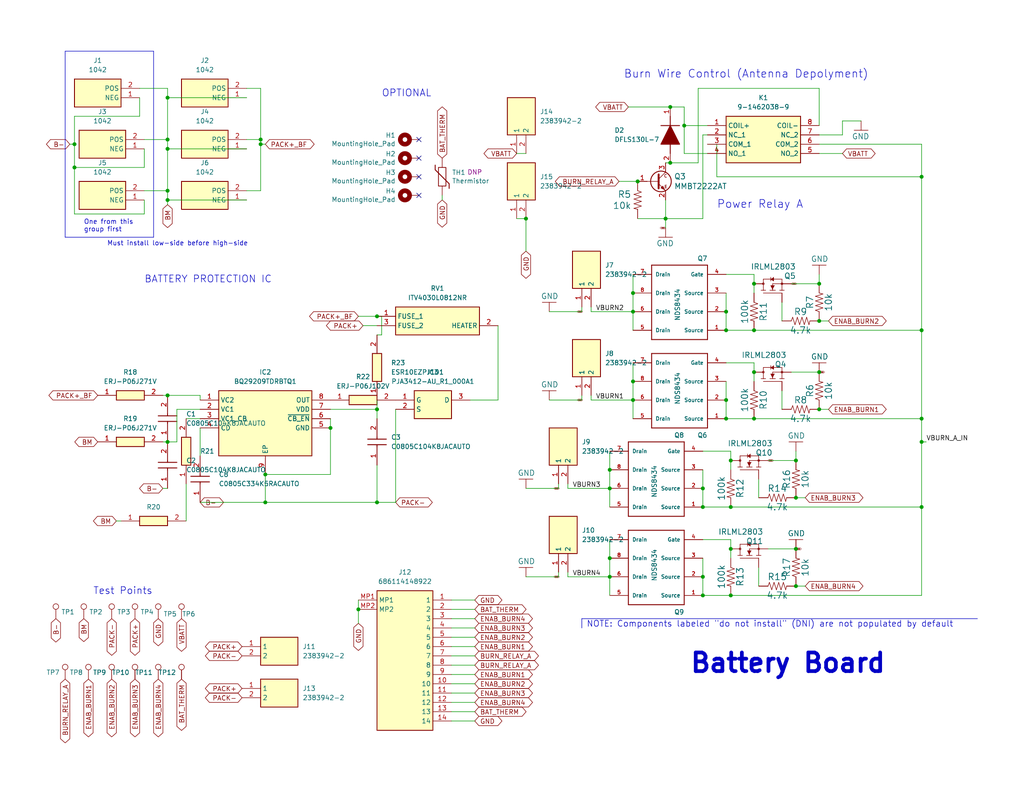
<source format=kicad_sch>
(kicad_sch (version 20230121) (generator eeschema)
  (paper "USLetter")
  (title_block (title "Battery Board") (date "2024-01-29") (rev "1.0") (company "CMU"))
  (junction (at 172.72 109.22))
  (junction (at 45.72 38.1))
  (junction (at 173.99 49.53))
  (junction (at 217.17 149.86))
  (junction (at 205.74 77.47))
  (junction (at 182.88 44.45))
  (junction (at 186.69 34.29))
  (junction (at 198.12 114.3))
  (junction (at 191.77 138.43))
  (junction (at 251.46 114.3))
  (junction (at 166.37 157.48))
  (junction (at 72.39 129.54))
  (junction (at 217.17 135.89))
  (junction (at 223.52 87.63))
  (junction (at 90.17 116.84))
  (junction (at 198.12 90.17))
  (junction (at 251.46 90.17))
  (junction (at 199.39 138.43))
  (junction (at 172.72 85.09))
  (junction (at 181.61 59.69))
  (junction (at 205.74 114.3))
  (junction (at 198.12 85.09))
  (junction (at 205.74 101.6))
  (junction (at 251.46 138.43))
  (junction (at 20.32 45.72))
  (junction (at 191.77 157.48))
  (junction (at 251.46 120.65))
  (junction (at 166.37 152.4))
  (junction (at 45.72 107.95))
  (junction (at 102.87 137.16))
  (junction (at 102.87 86.36))
  (junction (at 199.39 149.86))
  (junction (at 172.72 104.14))
  (junction (at 20.32 39.37))
  (junction (at 223.52 101.6))
  (junction (at 45.72 40.64))
  (junction (at 198.12 109.22))
  (junction (at 199.39 125.73))
  (junction (at 217.17 160.02))
  (junction (at 45.72 120.65))
  (junction (at 166.37 133.35))
  (junction (at 191.77 133.35))
  (junction (at 71.12 38.1))
  (junction (at 172.72 80.01))
  (junction (at 45.72 52.07))
  (junction (at 205.74 90.17))
  (junction (at 182.88 29.21))
  (junction (at 223.52 111.76))
  (junction (at 217.17 125.73))
  (junction (at 191.77 162.56))
  (junction (at 97.79 166.37))
  (junction (at 45.72 26.67))
  (junction (at 45.72 54.61))
  (junction (at 143.51 59.69))
  (junction (at 223.52 77.47))
  (junction (at 71.12 39.37))
  (junction (at 72.39 137.16))
  (junction (at 102.87 111.76))
  (junction (at 199.39 162.56))
  (junction (at 251.46 48.26))
  (junction (at 166.37 128.27))
  (no_connect (at 114.3 43.18))
  (no_connect (at 114.3 48.26))
  (no_connect (at 114.3 53.34))
  (no_connect (at 114.3 38.1))
  (wire (pts (xy 123.19 171.45) (xy 129.54 171.45)))
  (wire (pts (xy 39.37 38.1) (xy 45.72 38.1)))
  (wire (pts (xy 166.37 157.48) (xy 166.37 152.4)))
  (wire (pts (xy 198.12 104.14) (xy 198.12 109.22)))
  (wire (pts (xy 102.87 127) (xy 102.87 137.16)))
  (wire (pts (xy 198.12 80.01) (xy 198.12 85.09)))
  (wire (pts (xy 205.74 74.93) (xy 205.74 77.47)))
  (wire (pts (xy 172.72 85.09) (xy 172.72 90.17)))
  (wire (pts (xy 193.04 36.83) (xy 191.77 36.83)))
  (wire (pts (xy 45.72 40.64) (xy 67.31 40.64)))
  (wire (pts (xy 45.72 40.64) (xy 45.72 52.07)))
  (wire (pts (xy 172.72 114.3) (xy 172.72 109.22)))
  (wire (pts (xy 166.37 133.35) (xy 166.37 138.43)))
  (wire (pts (xy 205.74 90.17) (xy 251.46 90.17)))
  (wire (pts (xy 67.31 24.13) (xy 71.12 24.13)))
  (wire (pts (xy 223.52 41.91) (xy 229.87 41.91)))
  (polyline (pts (xy 158.75 168.91) (xy 266.7 168.91)))
  (wire (pts (xy 123.19 173.99) (xy 129.54 173.99)))
  (wire (pts (xy 45.72 52.07) (xy 45.72 54.61)))
  (wire (pts (xy 198.12 99.06) (xy 205.74 99.06)))
  (wire (pts (xy 71.12 39.37) (xy 71.12 52.07)))
  (wire (pts (xy 154.94 133.35) (xy 166.37 133.35)))
  (wire (pts (xy 154.94 132.08) (xy 154.94 133.35)))
  (wire (pts (xy 207.01 130.81) (xy 207.01 135.89)))
  (wire (pts (xy 158.75 107.95) (xy 158.75 109.22)))
  (wire (pts (xy 135.89 109.22) (xy 128.27 109.22)))
  (wire (pts (xy 158.75 83.82) (xy 158.75 85.09)))
  (wire (pts (xy 72.39 129.54) (xy 90.17 129.54)))
  (wire (pts (xy 102.87 111.76) (xy 102.87 114.3)))
  (wire (pts (xy 191.77 152.4) (xy 191.77 157.48)))
  (wire (pts (xy 190.5 24.13) (xy 223.52 24.13)))
  (wire (pts (xy 50.8 114.3) (xy 54.61 114.3)))
  (wire (pts (xy 38.1 31.75) (xy 20.32 31.75)))
  (wire (pts (xy 39.37 40.64) (xy 39.37 45.72)))
  (wire (pts (xy 45.72 38.1) (xy 45.72 40.64)))
  (polyline (pts (xy 41.91 64.77) (xy 17.78 64.77)))
  (wire (pts (xy 123.19 189.23) (xy 129.54 189.23)))
  (wire (pts (xy 54.61 111.76) (xy 48.26 111.76)))
  (wire (pts (xy 123.19 196.85) (xy 129.54 196.85)))
  (wire (pts (xy 123.19 168.91) (xy 129.54 168.91)))
  (wire (pts (xy 38.1 26.67) (xy 38.1 31.75)))
  (wire (pts (xy 223.52 77.47) (xy 223.52 74.93)))
  (wire (pts (xy 223.52 111.76) (xy 226.06 111.76)))
  (wire (pts (xy 123.19 181.61) (xy 129.54 181.61)))
  (wire (pts (xy 48.26 120.65) (xy 45.72 120.65)))
  (wire (pts (xy 123.19 179.07) (xy 129.54 179.07)))
  (wire (pts (xy 213.36 82.55) (xy 213.36 87.63)))
  (wire (pts (xy 67.31 38.1) (xy 71.12 38.1)))
  (wire (pts (xy 67.31 54.61) (xy 45.72 54.61)))
  (wire (pts (xy 123.19 176.53) (xy 129.54 176.53)))
  (wire (pts (xy 72.39 137.16) (xy 102.87 137.16)))
  (wire (pts (xy 251.46 90.17) (xy 251.46 114.3)))
  (wire (pts (xy 154.94 157.48) (xy 166.37 157.48)))
  (wire (pts (xy 195.58 39.37) (xy 195.58 48.26)))
  (wire (pts (xy 186.69 34.29) (xy 193.04 34.29)))
  (wire (pts (xy 48.26 111.76) (xy 48.26 120.65)))
  (wire (pts (xy 143.51 133.35) (xy 152.4 133.35)))
  (wire (pts (xy 39.37 45.72) (xy 20.32 45.72)))
  (wire (pts (xy 149.86 109.22) (xy 158.75 109.22)))
  (wire (pts (xy 166.37 123.19) (xy 166.37 128.27)))
  (wire (pts (xy 205.74 80.01) (xy 205.74 77.47)))
  (wire (pts (xy 161.29 83.82) (xy 161.29 85.09)))
  (polyline (pts (xy 17.78 64.77) (xy 17.78 13.97)))
  (wire (pts (xy 99.06 88.9) (xy 102.87 88.9)))
  (wire (pts (xy 38.1 24.13) (xy 45.72 24.13)))
  (wire (pts (xy 186.69 34.29) (xy 186.69 41.91)))
  (wire (pts (xy 199.39 162.56) (xy 251.46 162.56)))
  (wire (pts (xy 217.17 149.86) (xy 209.55 149.86)))
  (wire (pts (xy 193.04 39.37) (xy 195.58 39.37)))
  (wire (pts (xy 199.39 152.4) (xy 199.39 149.86)))
  (wire (pts (xy 45.72 107.95) (xy 54.61 107.95)))
  (wire (pts (xy 123.19 186.69) (xy 129.54 186.69)))
  (wire (pts (xy 45.72 54.61) (xy 45.72 55.88)))
  (wire (pts (xy 223.52 36.83) (xy 229.87 36.83)))
  (wire (pts (xy 182.88 29.21) (xy 186.69 29.21)))
  (wire (pts (xy 152.4 132.08) (xy 152.4 133.35)))
  (wire (pts (xy 20.32 45.72) (xy 20.32 58.42)))
  (wire (pts (xy 205.74 104.14) (xy 205.74 101.6)))
  (wire (pts (xy 223.52 24.13) (xy 223.52 34.29)))
  (wire (pts (xy 205.74 114.3) (xy 198.12 114.3)))
  (wire (pts (xy 172.72 80.01) (xy 172.72 85.09)))
  (wire (pts (xy 44.45 107.95) (xy 45.72 107.95)))
  (wire (pts (xy 45.72 26.67) (xy 45.72 38.1)))
  (wire (pts (xy 120.65 54.61) (xy 120.65 53.34)))
  (wire (pts (xy 102.87 91.44) (xy 104.14 91.44)))
  (wire (pts (xy 54.61 107.95) (xy 54.61 109.22)))
  (wire (pts (xy 97.79 166.37) (xy 97.79 170.18)))
  (wire (pts (xy 54.61 116.84) (xy 54.61 124.46)))
  (wire (pts (xy 186.69 29.21) (xy 186.69 34.29)))
  (wire (pts (xy 171.45 29.21) (xy 182.88 29.21)))
  (wire (pts (xy 173.99 59.69) (xy 181.61 59.69)))
  (polyline (pts (xy 17.78 13.97) (xy 41.91 13.97)))
  (wire (pts (xy 161.29 109.22) (xy 172.72 109.22)))
  (wire (pts (xy 251.46 114.3) (xy 251.46 120.65)))
  (wire (pts (xy 251.46 39.37) (xy 251.46 48.26)))
  (wire (pts (xy 199.39 147.32) (xy 199.39 149.86)))
  (wire (pts (xy 152.4 156.21) (xy 152.4 157.48)))
  (wire (pts (xy 191.77 59.69) (xy 181.61 59.69)))
  (wire (pts (xy 191.77 128.27) (xy 191.77 133.35)))
  (wire (pts (xy 182.88 44.45) (xy 190.5 44.45)))
  (wire (pts (xy 181.61 62.23) (xy 181.61 59.69)))
  (wire (pts (xy 199.39 162.56) (xy 191.77 162.56)))
  (wire (pts (xy 195.58 48.26) (xy 251.46 48.26)))
  (wire (pts (xy 90.17 111.76) (xy 102.87 111.76)))
  (wire (pts (xy 123.19 184.15) (xy 129.54 184.15)))
  (wire (pts (xy 209.55 125.73) (xy 217.17 125.73)))
  (wire (pts (xy 181.61 59.69) (xy 181.61 54.61)))
  (wire (pts (xy 198.12 85.09) (xy 198.12 90.17)))
  (wire (pts (xy 190.5 44.45) (xy 190.5 24.13)))
  (wire (pts (xy 135.89 88.9) (xy 135.89 109.22)))
  (wire (pts (xy 123.19 191.77) (xy 129.54 191.77)))
  (wire (pts (xy 217.17 160.02) (xy 219.71 160.02)))
  (wire (pts (xy 229.87 36.83) (xy 229.87 33.02)))
  (wire (pts (xy 39.37 52.07) (xy 45.72 52.07)))
  (wire (pts (xy 191.77 138.43) (xy 199.39 138.43)))
  (wire (pts (xy 20.32 39.37) (xy 19.05 39.37)))
  (wire (pts (xy 154.94 156.21) (xy 154.94 157.48)))
  (wire (pts (xy 71.12 24.13) (xy 71.12 38.1)))
  (wire (pts (xy 191.77 157.48) (xy 191.77 162.56)))
  (wire (pts (xy 20.32 58.42) (xy 39.37 58.42)))
  (wire (pts (xy 104.14 91.44) (xy 104.14 86.36)))
  (wire (pts (xy 102.87 137.16) (xy 107.95 137.16)))
  (wire (pts (xy 213.36 106.68) (xy 213.36 111.76)))
  (wire (pts (xy 191.77 123.19) (xy 199.39 123.19)))
  (wire (pts (xy 172.72 74.93) (xy 172.72 80.01)))
  (wire (pts (xy 104.14 86.36) (xy 102.87 86.36)))
  (wire (pts (xy 44.45 133.35) (xy 45.72 133.35)))
  (wire (pts (xy 223.52 39.37) (xy 251.46 39.37)))
  (wire (pts (xy 191.77 147.32) (xy 199.39 147.32)))
  (wire (pts (xy 191.77 36.83) (xy 191.77 59.69)))
  (wire (pts (xy 199.39 123.19) (xy 199.39 125.73)))
  (wire (pts (xy 172.72 109.22) (xy 172.72 104.14)))
  (wire (pts (xy 123.19 194.31) (xy 129.54 194.31)))
  (wire (pts (xy 123.19 166.37) (xy 129.54 166.37)))
  (wire (pts (xy 71.12 38.1) (xy 71.12 39.37)))
  (wire (pts (xy 251.46 138.43) (xy 251.46 120.65)))
  (wire (pts (xy 181.61 44.45) (xy 182.88 44.45)))
  (wire (pts (xy 223.52 87.63) (xy 226.06 87.63)))
  (wire (pts (xy 143.51 59.69) (xy 143.51 68.58)))
  (wire (pts (xy 97.79 163.83) (xy 97.79 166.37)))
  (wire (pts (xy 198.12 90.17) (xy 205.74 90.17)))
  (wire (pts (xy 143.51 157.48) (xy 152.4 157.48)))
  (wire (pts (xy 71.12 39.37) (xy 72.39 39.37)))
  (wire (pts (xy 140.97 41.91) (xy 143.51 41.91)))
  (wire (pts (xy 191.77 133.35) (xy 191.77 138.43)))
  (wire (pts (xy 217.17 135.89) (xy 219.71 135.89)))
  (wire (pts (xy 90.17 116.84) (xy 90.17 129.54)))
  (wire (pts (xy 251.46 48.26) (xy 251.46 90.17)))
  (wire (pts (xy 67.31 26.67) (xy 45.72 26.67)))
  (wire (pts (xy 166.37 152.4) (xy 166.37 147.32)))
  (polyline (pts (xy 41.91 13.97) (xy 41.91 64.77)))
  (wire (pts (xy 251.46 162.56) (xy 251.46 138.43)))
  (wire (pts (xy 199.39 128.27) (xy 199.39 125.73)))
  (wire (pts (xy 90.17 114.3) (xy 90.17 116.84)))
  (wire (pts (xy 217.17 125.73) (xy 217.17 123.19)))
  (wire (pts (xy 229.87 33.02) (xy 234.95 33.02)))
  (polyline (pts (xy 158.75 171.45) (xy 158.75 168.91)))
  (wire (pts (xy 149.86 85.09) (xy 158.75 85.09)))
  (wire (pts (xy 198.12 74.93) (xy 205.74 74.93)))
  (wire (pts (xy 198.12 109.22) (xy 198.12 114.3)))
  (wire (pts (xy 20.32 31.75) (xy 20.32 39.37)))
  (wire (pts (xy 168.91 49.53) (xy 173.99 49.53)))
  (wire (pts (xy 161.29 85.09) (xy 172.72 85.09)))
  (wire (pts (xy 71.12 52.07) (xy 67.31 52.07)))
  (wire (pts (xy 45.72 24.13) (xy 45.72 26.67)))
  (wire (pts (xy 123.19 163.83) (xy 129.54 163.83)))
  (wire (pts (xy 102.87 109.22) (xy 102.87 111.76)))
  (wire (pts (xy 252.73 120.65) (xy 251.46 120.65)))
  (wire (pts (xy 33.02 142.24) (xy 31.75 142.24)))
  (wire (pts (xy 161.29 107.95) (xy 161.29 109.22)))
  (wire (pts (xy 20.32 39.37) (xy 20.32 45.72)))
  (wire (pts (xy 199.39 138.43) (xy 251.46 138.43)))
  (wire (pts (xy 39.37 58.42) (xy 39.37 54.61)))
  (wire (pts (xy 166.37 128.27) (xy 166.37 133.35)))
  (wire (pts (xy 193.04 41.91) (xy 186.69 41.91)))
  (wire (pts (xy 107.95 137.16) (xy 107.95 111.76)))
  (wire (pts (xy 166.37 162.56) (xy 166.37 157.48)))
  (wire (pts (xy 205.74 99.06) (xy 205.74 101.6)))
  (wire (pts (xy 54.61 137.16) (xy 72.39 137.16)))
  (wire (pts (xy 205.74 114.3) (xy 251.46 114.3)))
  (wire (pts (xy 215.9 77.47) (xy 223.52 77.47)))
  (wire (pts (xy 102.87 86.36) (xy 97.79 86.36)))
  (wire (pts (xy 72.39 137.16) (xy 72.39 129.54)))
  (wire (pts (xy 172.72 104.14) (xy 172.72 99.06)))
  (wire (pts (xy 45.72 120.65) (xy 44.45 120.65)))
  (wire (pts (xy 207.01 154.94) (xy 207.01 160.02)))
  (wire (pts (xy 50.8 132.08) (xy 50.8 142.24)))
  (wire (pts (xy 140.97 59.69) (xy 143.51 59.69)))
  (wire (pts (xy 223.52 101.6) (xy 215.9 101.6)))
  (text "NOTE: Components labeled \"do not install\" (DNI) are not populated by default" (at 160.02 171.45 0) (effects (font (size 1.651 1.651)) (justify left bottom)))
  (text "OPTIONAL" (at 104.14 26.67 0) (effects (font (size 1.905 1.905)) (justify left bottom)))
  (text "BATTERY PROTECTION IC" (at 39.37 77.47 0) (effects (font (size 1.905 1.905)) (justify left bottom)))
  (text "Power Relay A" (at 195.58 57.15 0) (effects (font (size 2.159 2.159)) (justify left bottom)))
  (text "Must install low-side before high-side" (at 29.21 67.31 0) (effects (font (size 1.27 1.27)) (justify left bottom)))
  (text "Battery Board" (at 187.96 184.15 0) (effects (font (size 5.08 5.08) (thickness 1.016) bold) (justify left bottom)))
  (text "Burn Wire Control (Antenna Depolyment)" (at 170.18 21.59 0) (effects (font (size 2.159 2.159)) (justify left bottom)))
  (text "Test Points" (at 25.4 162.56 0) (effects (font (size 1.905 1.905)) (justify left bottom)))
  (text "One from this \ngroup first" (at 22.86 63.5 0) (effects (font (size 1.27 1.27)) (justify left bottom)))
  (label "VBURN4" (at 156.21 157.48 0))
  (label "VBURN2" (at 162.56 85.09 0))
  (label "VBURN_A_IN" (at 252.73 120.65 0))
  (label "VBURN1" (at 162.56 109.22 0))
  (label "VBURN3" (at 156.21 133.35 0))
  (global_label "GND" (shape bidirectional) (at 129.54 196.85 0) (property "Intersheetrefs" "${INTERSHEET_REFS}" (effects hide)))
  (global_label "B-" (shape bidirectional) (at 54.61 137.16 0) (property "Intersheetrefs" "${INTERSHEET_REFS}" (effects hide)))
  (global_label "GND" (shape bidirectional) (at 151.13 157.48 0) (effects (font (size 0.254 0.254))) (property "Intersheetrefs" "${INTERSHEET_REFS}" (effects hide)))
  (global_label "ENAB_BURN2" (shape bidirectional) (at 30.48 185.42 270) (property "Intersheetrefs" "${INTERSHEET_REFS}" (effects hide)))
  (global_label "ENAB_BURN1" (shape bidirectional) (at 226.06 111.76 0) (property "Intersheetrefs" "${INTERSHEET_REFS}" (effects hide)))
  (global_label "GND" (shape bidirectional) (at 223.52 101.6 0) (effects (font (size 0.254 0.254))) (property "Intersheetrefs" "${INTERSHEET_REFS}" (effects hide)))
  (global_label "GND" (shape bidirectional) (at 97.79 170.18 270) (property "Intersheetrefs" "${INTERSHEET_REFS}" (effects hide)))
  (global_label "GND" (shape bidirectional) (at 129.54 163.83 0) (property "Intersheetrefs" "${INTERSHEET_REFS}" (effects hide)))
  (global_label "BURN_RELAY_A" (shape bidirectional) (at 129.54 179.07 0) (property "Intersheetrefs" "${INTERSHEET_REFS}" (effects hide)))
  (global_label "PACK-" (shape bidirectional) (at 107.95 137.16 0) (property "Intersheetrefs" "${INTERSHEET_REFS}" (effects hide)))
  (global_label "PACK-" (shape bidirectional) (at 66.04 190.5 180) (property "Intersheetrefs" "${INTERSHEET_REFS}" (effects hide)))
  (global_label "GND" (shape bidirectional) (at 181.61 62.23 180) (effects (font (size 0.254 0.254))) (property "Intersheetrefs" "${INTERSHEET_REFS}" (effects hide)))
  (global_label "ENAB_BURN3" (shape bidirectional) (at 129.54 189.23 0) (property "Intersheetrefs" "${INTERSHEET_REFS}" (effects hide)))
  (global_label "B-" (shape bidirectional) (at 44.45 133.35 180) (property "Intersheetrefs" "${INTERSHEET_REFS}" (effects hide)))
  (global_label "ENAB_BURN2" (shape bidirectional) (at 129.54 186.69 0) (property "Intersheetrefs" "${INTERSHEET_REFS}" (effects hide)))
  (global_label "ENAB_BURN3" (shape bidirectional) (at 129.54 171.45 0) (property "Intersheetrefs" "${INTERSHEET_REFS}" (effects hide)))
  (global_label "ENAB_BURN2" (shape bidirectional) (at 226.06 87.63 0) (property "Intersheetrefs" "${INTERSHEET_REFS}" (effects hide)))
  (global_label "PACK+" (shape bidirectional) (at 36.83 168.91 270) (property "Intersheetrefs" "${INTERSHEET_REFS}" (effects hide)))
  (global_label "B-" (shape bidirectional) (at 19.05 39.37 180) (property "Intersheetrefs" "${INTERSHEET_REFS}" (effects hide)))
  (global_label "PACK+" (shape bidirectional) (at 66.04 176.53 180) (property "Intersheetrefs" "${INTERSHEET_REFS}" (effects hide)))
  (global_label "VBATT" (shape bidirectional) (at 229.87 41.91 0) (property "Intersheetrefs" "${INTERSHEET_REFS}" (effects hide)))
  (global_label "BM" (shape bidirectional) (at 26.67 120.65 180) (property "Intersheetrefs" "${INTERSHEET_REFS}" (effects hide)))
  (global_label "BM" (shape bidirectional) (at 31.75 142.24 180) (property "Intersheetrefs" "${INTERSHEET_REFS}" (effects hide)))
  (global_label "VBATT" (shape bidirectional) (at 140.97 41.91 180) (property "Intersheetrefs" "${INTERSHEET_REFS}" (effects hide)))
  (global_label "GND" (shape bidirectional) (at 43.18 168.91 270) (property "Intersheetrefs" "${INTERSHEET_REFS}" (effects hide)))
  (global_label "ENAB_BURN1" (shape bidirectional) (at 129.54 184.15 0) (property "Intersheetrefs" "${INTERSHEET_REFS}" (effects hide)))
  (global_label "BAT_THERM" (shape bidirectional) (at 129.54 194.31 0) (property "Intersheetrefs" "${INTERSHEET_REFS}" (effects hide)))
  (global_label "BAT_THERM" (shape bidirectional) (at 49.53 185.42 270) (property "Intersheetrefs" "${INTERSHEET_REFS}" (effects hide)))
  (global_label "BURN_RELAY_A" (shape bidirectional) (at 17.78 185.42 270) (property "Intersheetrefs" "${INTERSHEET_REFS}" (effects hide)))
  (global_label "GND" (shape bidirectional) (at 209.55 125.73 0) (effects (font (size 0.254 0.254))) (property "Intersheetrefs" "${INTERSHEET_REFS}" (effects hide)))
  (global_label "PACK+_BF" (shape bidirectional) (at 26.67 107.95 180) (property "Intersheetrefs" "${INTERSHEET_REFS}" (effects hide)))
  (global_label "ENAB_BURN4" (shape bidirectional) (at 219.71 160.02 0) (property "Intersheetrefs" "${INTERSHEET_REFS}" (effects hide)))
  (global_label "GND" (shape bidirectional) (at 151.13 133.35 0) (effects (font (size 0.254 0.254))) (property "Intersheetrefs" "${INTERSHEET_REFS}" (effects hide)))
  (global_label "BAT_THERM" (shape bidirectional) (at 120.65 43.18 90) (property "Intersheetrefs" "${INTERSHEET_REFS}" (effects hide)))
  (global_label "BM" (shape bidirectional) (at 45.72 55.88 270) (property "Intersheetrefs" "${INTERSHEET_REFS}" (effects hide)))
  (global_label "BURN_RELAY_A" (shape bidirectional) (at 129.54 181.61 0) (property "Intersheetrefs" "${INTERSHEET_REFS}" (effects hide)))
  (global_label "PACK-" (shape bidirectional) (at 30.48 168.91 270) (property "Intersheetrefs" "${INTERSHEET_REFS}" (effects hide)))
  (global_label "GND" (shape bidirectional) (at 157.48 109.22 0) (effects (font (size 0.254 0.254))) (property "Intersheetrefs" "${INTERSHEET_REFS}" (effects hide)))
  (global_label "PACK+" (shape bidirectional) (at 99.06 88.9 180) (property "Intersheetrefs" "${INTERSHEET_REFS}" (effects hide)))
  (global_label "GND" (shape bidirectional) (at 157.48 85.09 0) (effects (font (size 0.254 0.254))) (property "Intersheetrefs" "${INTERSHEET_REFS}" (effects hide)))
  (global_label "ENAB_BURN4" (shape bidirectional) (at 129.54 168.91 0) (property "Intersheetrefs" "${INTERSHEET_REFS}" (effects hide)))
  (global_label "BM" (shape bidirectional) (at 22.86 168.91 270) (property "Intersheetrefs" "${INTERSHEET_REFS}" (effects hide)))
  (global_label "BAT_THERM" (shape bidirectional) (at 129.54 166.37 0) (property "Intersheetrefs" "${INTERSHEET_REFS}" (effects hide)))
  (global_label "VBATT" (shape bidirectional) (at 171.45 29.21 180) (property "Intersheetrefs" "${INTERSHEET_REFS}" (effects hide)))
  (global_label "PACK+_BF" (shape bidirectional) (at 72.39 39.37 0) (property "Intersheetrefs" "${INTERSHEET_REFS}" (effects hide)))
  (global_label "ENAB_BURN4" (shape bidirectional) (at 43.18 185.42 270) (property "Intersheetrefs" "${INTERSHEET_REFS}" (effects hide)))
  (global_label "ENAB_BURN3" (shape bidirectional) (at 36.83 185.42 270) (property "Intersheetrefs" "${INTERSHEET_REFS}" (effects hide)))
  (global_label "ENAB_BURN1" (shape bidirectional) (at 129.54 176.53 0) (property "Intersheetrefs" "${INTERSHEET_REFS}" (effects hide)))
  (global_label "ENAB_BURN3" (shape bidirectional) (at 219.71 135.89 0) (property "Intersheetrefs" "${INTERSHEET_REFS}" (effects hide)))
  (global_label "ENAB_BURN2" (shape bidirectional) (at 129.54 173.99 0) (property "Intersheetrefs" "${INTERSHEET_REFS}" (effects hide)))
  (global_label "B-" (shape bidirectional) (at 15.24 168.91 270) (property "Intersheetrefs" "${INTERSHEET_REFS}" (effects hide)))
  (global_label "GND" (shape bidirectional) (at 143.51 68.58 270) (property "Intersheetrefs" "${INTERSHEET_REFS}" (effects hide)))
  (global_label "ENAB_BURN4" (shape bidirectional) (at 129.54 191.77 0) (property "Intersheetrefs" "${INTERSHEET_REFS}" (effects hide)))
  (global_label "GND" (shape bidirectional) (at 217.17 149.86 0) (effects (font (size 0.254 0.254))) (property "Intersheetrefs" "${INTERSHEET_REFS}" (effects hide)))
  (global_label "BURN_RELAY_A" (shape bidirectional) (at 168.91 49.53 180) (property "Intersheetrefs" "${INTERSHEET_REFS}" (effects hide)))
  (global_label "ENAB_BURN1" (shape bidirectional) (at 24.13 185.42 270) (property "Intersheetrefs" "${INTERSHEET_REFS}" (effects hide)))
  (global_label "GND" (shape bidirectional) (at 120.65 54.61 270) (property "Intersheetrefs" "${INTERSHEET_REFS}" (effects hide)))
  (global_label "VBATT" (shape bidirectional) (at 49.53 168.91 270) (property "Intersheetrefs" "${INTERSHEET_REFS}" (effects hide)))
  (global_label "PACK+" (shape bidirectional) (at 66.04 187.96 180) (property "Intersheetrefs" "${INTERSHEET_REFS}" (effects hide)))
  (global_label "PACK-" (shape bidirectional) (at 66.04 179.07 180) (property "Intersheetrefs" "${INTERSHEET_REFS}" (effects hide)))
  (global_label "GND" (shape bidirectional) (at 215.9 77.47 0) (effects (font (size 0.254 0.254))) (property "Intersheetrefs" "${INTERSHEET_REFS}" (effects hide)))
  (global_label "PACK+_BF" (shape bidirectional) (at 97.79 86.36 180) (property "Intersheetrefs" "${INTERSHEET_REFS}" (effects hide)))
  (symbol (lib_id "Connector:TestPoint") (at 15.24 168.91 0) (unit 1)
    (property "Reference" "TP1" (at 16.7132 167.0812 0) (effects (justify left)))
    (property "Value" "TestPoint" (effects hide))
    (property "Footprint" "TestPoint:TestPoint_Loop_D1.80mm_Drill1.0mm_Beaded" (effects hide))
    (property "DNP" "DNP" (effects hide))
  )
  (symbol (lib_id "Connector:TestPoint") (at 22.86 168.91 0) (unit 1)
    (property "Reference" "TP2" (at 24.3332 167.0812 0) (effects (justify left)))
    (property "Value" "TestPoint" (effects hide))
    (property "Footprint" "TestPoint:TestPoint_Loop_D1.80mm_Drill1.0mm_Beaded" (effects hide))
    (property "DNP" "DNP" (effects hide))
  )
  (symbol (lib_id "Connector:TestPoint") (at 30.48 168.91 0) (unit 1)
    (property "Reference" "TP3" (at 31.9532 167.0812 0) (effects (justify left)))
    (property "Value" "TestPoint" (effects hide))
    (property "Footprint" "TestPoint:TestPoint_Loop_D1.80mm_Drill1.0mm_Beaded" (effects hide))
    (property "DNP" "DNP" (effects hide))
  )
  (symbol (lib_id "Connector:TestPoint") (at 36.83 168.91 0) (unit 1)
    (property "Reference" "TP4" (at 38.3032 167.0812 0) (effects (justify left)))
    (property "Value" "TestPoint" (effects hide))
    (property "Footprint" "TestPoint:TestPoint_Loop_D1.80mm_Drill1.0mm_Beaded" (effects hide))
    (property "DNP" "DNP" (effects hide))
  )
  (symbol (lib_id "Device:Thermistor") (at 120.65 48.26 0) (unit 1)
    (property "Reference" "TH1" (at 123.317 47.0916 0) (effects (justify left)))
    (property "Value" "Thermistor" (at 123.317 49.403 0) (effects (justify left)))
    (property "Footprint" "Resistor_THT:R_Axial_DIN0204_L3.6mm_D1.6mm_P5.08mm_Vertical" (effects hide))
    (property "DNP" "DNP" (at 129.54 46.99 0))
  )
  (symbol (lib_id "Mechanical:MountingHole_Pad") (at 111.76 38.1 90) (mirror x) (unit 1)
    (property "Reference" "H1" (at 107.95 36.9316 90) (effects (justify left)))
    (property "Value" "MountingHole_Pad" (at 107.95 39.243 90) (effects (justify left)))
    (property "Footprint" "custom-footprints:MountingHole_3.2mm_M3_DIN965_PadMOD" (effects hide))
    (property "DNP" "DNP" (effects hide))
  )
  (symbol (lib_id "Mechanical:MountingHole_Pad") (at 111.76 43.18 90) (mirror x) (unit 1)
    (property "Reference" "H2" (at 107.95 42.0116 90) (effects (justify left)))
    (property "Value" "MountingHole_Pad" (at 107.95 44.323 90) (effects (justify left)))
    (property "Footprint" "custom-footprints:MountingHole_3.2mm_M3_DIN965_PadMOD" (effects hide))
    (property "DNP" "DNP" (effects hide))
  )
  (symbol (lib_id "Mechanical:MountingHole_Pad") (at 111.76 48.26 90) (mirror x) (unit 1)
    (property "Reference" "H3" (at 107.95 47.0916 90) (effects (justify left)))
    (property "Value" "MountingHole_Pad" (at 107.95 49.403 90) (effects (justify left)))
    (property "Footprint" "custom-footprints:MountingHole_3.2mm_M3_DIN965_PadMOD" (effects hide))
    (property "DNP" "DNP" (effects hide))
  )
  (symbol (lib_id "Mechanical:MountingHole_Pad") (at 111.76 53.34 90) (mirror x) (unit 1)
    (property "Reference" "H4" (at 107.95 52.1716 90) (effects (justify left)))
    (property "Value" "MountingHole_Pad" (at 107.95 54.483 90) (effects (justify left)))
    (property "Footprint" "custom-footprints:MountingHole_3.2mm_M3_DIN965_PadMOD" (effects hide))
    (property "DNP" "DNP" (effects hide))
  )
  (symbol (lib_id "SamacSys_Parts:9-1462038-9") (at 193.04 34.29 0) (unit 1)
    (property "Reference" "K1" (at 208.28 26.67 0))
    (property "Value" "9-1462038-9" (at 208.28 29.21 0))
    (property "Footprint" "914620389" (effects hide))
    (property "Datasheet" "http://www.te.com/commerce/DocumentDelivery/DDEController?Action=srchrtrv&DocNm=108-98001&DocType=SS&DocLang=EN" (effects hide))
    (property "Height" "5.65" (effects hide))
    (property "Manufacturer_Name" "TE Connectivity" (effects hide))
    (property "Manufacturer_Part_Number" "9-1462038-9" (effects hide))
    (property "Arrow Part Number" "9-1462038-9" (effects hide))
    (property "Arrow Price/Stock" "https://www.arrow.com/en/products/9-1462038-9/te-connectivity?region=nac" (effects hide))
  )
  (symbol (lib_id "mainboard:GND") (at 181.61 64.77 0) (unit 1)
    (property "Reference" "#GND01" (effects hide))
    (property "Value" "GND" (at 179.07 67.31 0) (effects (font (size 1.4986 1.4986)) (justify left bottom)))
  )
  (symbol (lib_id "SamacSys_Parts:1042") (at 67.31 26.67 180) (unit 1)
    (property "Reference" "J2" (at 55.88 16.51 0))
    (property "Value" "1042" (at 55.88 19.05 0))
    (property "Footprint" "KEYSTONE-1042" (effects hide))
    (property "Datasheet" "http://www.mouser.com/ds/2/215/042-744829.pdf" (effects hide))
    (property "Manufacturer_Name" "Keystone Electronics" (effects hide))
    (property "Manufacturer_Part_Number" "1042" (effects hide))
    (property "Mouser Part Number" "534-1042" (effects hide))
    (property "Mouser Price/Stock" "https://www.mouser.co.uk/ProductDetail/Keystone-Electronics/1042?qs=%2F7TOpeL5Mz4qPdWi9tuLKw%3D%3D" (effects hide))
    (property "Arrow Part Number" "1042" (effects hide))
    (property "Arrow Price/Stock" "https://www.arrow.com/en/products/1042/keystone-electronics?region=europe" (effects hide))
  )
  (symbol (lib_id "SamacSys_Parts:686114148922") (at 97.79 163.83 0) (unit 1)
    (property "Reference" "J12" (at 110.49 156.21 0))
    (property "Value" "686114148922" (at 110.49 158.75 0))
    (property "Footprint" "686114148922" (effects hide))
    (property "Datasheet" "https://www.we-online.com/catalog/datasheet/686114148922.pdf" (effects hide))
    (property "Height" "2.3" (effects hide))
    (property "Manufacturer_Name" "Wurth Elektronik" (effects hide))
    (property "Manufacturer_Part_Number" "686114148922" (effects hide))
    (property "Mouser Part Number" "710-686114148922" (effects hide))
    (property "Mouser Price/Stock" "https://www.mouser.co.uk/ProductDetail/Wurth-Elektronik/686114148922?qs=a9WhcLg8qCz0mPj5zZqo5g%3D%3D" (effects hide))
  )
  (symbol (lib_id "SamacSys_Parts:DFLS130L-7") (at 182.88 29.21 270) (unit 1)
    (property "Reference" "D2" (at 167.64 35.56 90) (effects (justify left)))
    (property "Value" "DFLS130L-7" (at 167.64 38.1 90) (effects (justify left)))
    (property "Footprint" "POWERDI_123" (effects hide))
    (property "Datasheet" "https://datasheet.datasheetarchive.com/originals/distributors/SFDatasheet-0/sf-0003485.pdf" (effects hide))
    (property "Manufacturer_Name" "Diodes Incorporated" (effects hide))
    (property "Manufacturer_Part_Number" "DFLS130L-7" (effects hide))
    (property "Mouser Part Number" "621-DFLS130L" (effects hide))
    (property "Mouser Price/Stock" "https://www.mouser.co.uk/ProductDetail/Diodes-Incorporated/DFLS130L-7?qs=JV7lzlMm3yLedTETABmZ1A%3D%3D" (effects hide))
    (property "Arrow Part Number" "DFLS130L-7" (effects hide))
    (property "Arrow Price/Stock" "https://www.arrow.com/en/products/dfls130l-7/diodes-incorporated?region=nac" (effects hide))
  )
  (symbol (lib_id "mainboard:GND") (at 143.51 130.81 180) (unit 1)
    (property "Reference" "#GND07" (effects hide))
    (property "Value" "GND" (at 146.05 128.27 0) (effects (font (size 1.4986 1.4986)) (justify left bottom)))
  )
  (symbol (lib_id "mainboard:GND") (at 149.86 106.68 180) (unit 1)
    (property "Reference" "#GND05" (effects hide))
    (property "Value" "GND" (at 152.4 104.14 0) (effects (font (size 1.4986 1.4986)) (justify left bottom)))
  )
  (symbol (lib_id "SamacSys_Parts:2383942-2") (at 158.75 107.95 90) (unit 1)
    (property "Reference" "J8" (at 165.1 96.52 90) (effects (justify right)))
    (property "Value" "2383942-2" (at 165.1 99.06 90) (effects (justify right)))
    (property "Footprint" "23839422" (effects hide))
    (property "Datasheet" "https://www.te.com/commerce/DocumentDelivery/DDEController?Action=srchrtrv&DocNm=pcb_boardmount_terminalblocks&DocType=Data%20Sheet&DocLang=English&PartCntxt=2383942-2&DocFormat=pdf" (effects hide))
    (property "Height" "8.65" (effects hide))
    (property "Manufacturer_Name" "TE Connectivity" (effects hide))
    (property "Manufacturer_Part_Number" "2383942-2" (effects hide))
    (property "Mouser Part Number" "571-2383942-2" (effects hide))
    (property "Mouser Price/Stock" "https://www.mouser.co.uk/ProductDetail/TE-Connectivity/2383942-2?qs=QNEnbhJQKvapXJL2BU3hUA%3D%3D" (effects hide))
    (property "Arrow Part Number" "2383942-2" (effects hide))
    (property "Arrow Price/Stock" "https://www.arrow.com/en/products/2383942-2/te-connectivity?region=nac" (effects hide))
  )
  (symbol (lib_id "SamacSys_Parts:2383942-2") (at 66.04 176.53 0) (unit 1)
    (property "Reference" "J11" (at 82.55 176.53 0) (effects (justify left)))
    (property "Value" "2383942-2" (at 82.55 179.07 0) (effects (justify left)))
    (property "Footprint" "23839422" (effects hide))
    (property "Datasheet" "https://www.te.com/commerce/DocumentDelivery/DDEController?Action=srchrtrv&DocNm=pcb_boardmount_terminalblocks&DocType=Data%20Sheet&DocLang=English&PartCntxt=2383942-2&DocFormat=pdf" (effects hide))
    (property "Height" "8.65" (effects hide))
    (property "Manufacturer_Name" "TE Connectivity" (effects hide))
    (property "Manufacturer_Part_Number" "2383942-2" (effects hide))
    (property "Mouser Part Number" "571-2383942-2" (effects hide))
    (property "Mouser Price/Stock" "https://www.mouser.co.uk/ProductDetail/TE-Connectivity/2383942-2?qs=QNEnbhJQKvapXJL2BU3hUA%3D%3D" (effects hide))
    (property "Arrow Part Number" "2383942-2" (effects hide))
    (property "Arrow Price/Stock" "https://www.arrow.com/en/products/2383942-2/te-connectivity?region=nac" (effects hide))
  )
  (symbol (lib_id "SamacSys_Parts:ERJ-P06J221V") (at 33.02 142.24 0) (unit 1)
    (property "Reference" "R20" (at 41.91 138.43 0))
    (property "Value" "ERJ-P06J221V" (effects hide))
    (property "Footprint" "ERJP06D1000V" (effects hide))
    (property "Datasheet" "http://industrial.panasonic.com/cdbs/www-data/pdf/RDA0000/AOA0000C102.pdf" (effects hide))
    (property "Height" "0.7" (effects hide))
    (property "Manufacturer_Name" "Panasonic" (effects hide))
    (property "Manufacturer_Part_Number" "ERJ-P06J221V" (effects hide))
    (property "Mouser Part Number" "667-ERJ-P06J221V" (effects hide))
    (property "Mouser Price/Stock" "https://www.mouser.com/Search/Refine.aspx?Keyword=667-ERJ-P06J221V" (effects hide))
    (property "Arrow Part Number" "ERJ-P06J221V" (effects hide))
    (property "Arrow Price/Stock" "https://www.arrow.com/en/products/erj-p06j221v/panasonic?region=nac" (effects hide))
  )
  (symbol (lib_id "SamacSys_Parts:ESR10EZPJ101") (at 102.87 109.22 90) (unit 1)
    (property "Reference" "R23" (at 106.68 99.06 90) (effects (justify right)))
    (property "Value" "ESR10EZPJ101" (at 106.68 101.6 90) (effects (justify right)))
    (property "Footprint" "RESC2012X65N" (effects hide))
    (property "Datasheet" "https://componentsearchengine.com/Datasheets/1/ESR10EZPJ101.pdf" (effects hide))
    (property "Height" "0.65" (effects hide))
    (property "Manufacturer_Name" "ROHM Semiconductor" (effects hide))
    (property "Manufacturer_Part_Number" "ESR10EZPJ101" (effects hide))
    (property "Mouser Part Number" "755-ESR10EZPJ101" (effects hide))
    (property "Mouser Price/Stock" "https://www.mouser.co.uk/ProductDetail/ROHM-Semiconductor/ESR10EZPJ101?qs=DyUWGjl%252BcVtwpyVJIY8%2FyA%3D%3D" (effects hide))
  )
  (symbol (lib_id "mainboard:RESISTOR0603") (at 199.39 157.48 270) (unit 1)
    (property "Reference" "R13" (at 200.914 157.48 0) (effects (font (size 1.778 1.778)) (justify bottom)))
    (property "Value" "100k" (at 197.866 157.48 0) (effects (font (size 1.778 1.778)) (justify top)))
    (property "Footprint" "Resistor_SMD:R_0603_1608Metric" (effects hide))
    (property "Description" "100K 0603" (effects hide))
  )
  (symbol (lib_id "SamacSys_Parts:PJA3412-AU_R1_000A1") (at 107.95 109.22 0) (unit 1)
    (property "Reference" "IC3" (at 118.11 101.6 0))
    (property "Value" "PJA3412-AU_R1_000A1" (at 118.11 104.14 0))
    (property "Footprint" "SOT95P240X110-3N" (effects hide))
    (property "Datasheet" "https://www.mouser.ca/datasheet/2/1057/PJA3412-AU-1867130.pdf" (effects hide))
    (property "Height" "1.1" (effects hide))
    (property "Manufacturer_Name" "PANJIT" (effects hide))
    (property "Manufacturer_Part_Number" "PJA3412-AU_R1_000A1" (effects hide))
    (property "Mouser Part Number" "241-PJA3412AUR1000A1" (effects hide))
    (property "Mouser Price/Stock" "https://www.mouser.co.uk/ProductDetail/Panjit/PJA3412-AU_R1_000A1?qs=sPbYRqrBIVmXeErF%2FiDYoA%3D%3D" (effects hide))
  )
  (symbol (lib_id "SamacSys_Parts:BQ29209TDRBTQ1") (at 54.61 109.22 0) (unit 1)
    (property "Reference" "IC2" (at 72.39 101.6 0))
    (property "Value" "BQ29209TDRBTQ1" (at 72.39 104.14 0))
    (property "Footprint" "SON65P300X300X100-9N-D" (effects hide))
    (property "Datasheet" "http://www.ti.com/general/docs/suppproductinfo.tsp?distId=10&gotoUrl=http%3A%2F%2Fwww.ti.com%2Flit%2Fgpn%2Fbq29209-q1" (effects hide))
    (property "Height" "1" (effects hide))
    (property "Manufacturer_Name" "Texas Instruments" (effects hide))
    (property "Manufacturer_Part_Number" "BQ29209TDRBTQ1" (effects hide))
    (property "Mouser Part Number" "595-BQ29209TDRBTQ1" (effects hide))
    (property "Mouser Price/Stock" "https://www.mouser.co.uk/ProductDetail/Texas-Instruments/BQ29209TDRBTQ1?qs=q3hS8dlu9yJyZbAUi531iQ%3D%3D" (effects hide))
    (property "Arrow Part Number" "BQ29209TDRBTQ1" (effects hide))
    (property "Arrow Price/Stock" "https://www.arrow.com/en/products/bq29209tdrbtq1/texas-instruments?region=nac" (effects hide))
  )
  (symbol (lib_id "Connector:TestPoint") (at 43.18 168.91 0) (mirror y) (unit 1)
    (property "Reference" "TP5" (at 48.26 167.64 0) (effects (justify left)))
    (property "Value" "TestPoint" (effects hide))
    (property "Footprint" "TestPoint:TestPoint_Loop_D1.80mm_Drill1.0mm_Beaded" (effects hide))
    (property "DNP" "DNP" (effects hide))
  )
  (symbol (lib_id "SamacSys_Parts:C0805C104K8JACAUTO") (at 102.87 127 90) (unit 1)
    (property "Reference" "C3" (at 106.68 119.38 90) (effects (justify right)))
    (property "Value" "C0805C104K8JACAUTO" (at 106.68 121.92 90) (effects (justify right)))
    (property "Footprint" "CAPC2012X88N" (effects hide))
    (property "Datasheet" "https://connect.kemet.com:7667/gateway/IntelliData-ComponentDocumentation/1.0/download/datasheet/C0805C104K8JACAUTO" (effects hide))
    (property "Height" "0.88" (effects hide))
    (property "Manufacturer_Name" "KEMET" (effects hide))
    (property "Manufacturer_Part_Number" "C0805C104K8JACAUTO" (effects hide))
  )
  (symbol (lib_id "mainboard:GND") (at 217.17 147.32 180) (unit 1)
    (property "Reference" "#GND010" (effects hide))
    (property "Value" "GND" (at 219.71 144.78 0) (effects (font (size 1.4986 1.4986)) (justify left bottom)))
  )
  (symbol (lib_id "SamacSys_Parts:2383942-2") (at 66.04 187.96 0) (unit 1)
    (property "Reference" "J13" (at 82.55 187.96 0) (effects (justify left)))
    (property "Value" "2383942-2" (at 82.55 190.5 0) (effects (justify left)))
    (property "Footprint" "23839422" (effects hide))
    (property "Datasheet" "https://www.te.com/commerce/DocumentDelivery/DDEController?Action=srchrtrv&DocNm=pcb_boardmount_terminalblocks&DocType=Data%20Sheet&DocLang=English&PartCntxt=2383942-2&DocFormat=pdf" (effects hide))
    (property "Height" "8.65" (effects hide))
    (property "Manufacturer_Name" "TE Connectivity" (effects hide))
    (property "Manufacturer_Part_Number" "2383942-2" (effects hide))
    (property "Mouser Part Number" "571-2383942-2" (effects hide))
    (property "Mouser Price/Stock" "https://www.mouser.co.uk/ProductDetail/TE-Connectivity/2383942-2?qs=QNEnbhJQKvapXJL2BU3hUA%3D%3D" (effects hide))
    (property "Arrow Part Number" "2383942-2" (effects hide))
    (property "Arrow Price/Stock" "https://www.arrow.com/en/products/2383942-2/te-connectivity?region=nac" (effects hide))
  )
  (symbol (lib_id "mainboard:GND") (at 223.52 99.06 180) (unit 1)
    (property "Reference" "#GND03" (effects hide))
    (property "Value" "GND" (at 226.06 96.52 0) (effects (font (size 1.4986 1.4986)) (justify left bottom)))
  )
  (symbol (lib_name "NDS8434_4") (lib_id "mainboard:NDS8434") (at 185.42 82.55 180) (unit 1)
    (property "Reference" "Q7" (at 193.04 69.85 0) (effects (justify left bottom)))
    (property "Value" "NDS8434" (at 184.15 78.74 90) (effects (justify left bottom)))
    (property "Footprint" "mainboard:NDS8434" (effects hide))
    (property "Datasheet" "https://www.onsemi.com/pdf/datasheet/nds8434-d.pdf" (effects hide))
    (property "Description" "P-Channel MOSFET" (effects hide))
    (property "Flight" "NDS8434" (effects hide))
    (property "Manufacturer_Name" "ON Semiconductor" (effects hide))
    (property "Manufacturer_Part_Number" "NDS8434" (effects hide))
    (property "Proto" "DMP2022LSS-13" (effects hide))
  )
  (symbol (lib_id "mainboard:GND") (at 234.95 35.56 0) (unit 1)
    (property "Reference" "#GND02" (effects hide))
    (property "Value" "GND" (at 232.41 38.1 0) (effects (font (size 1.4986 1.4986)) (justify left bottom)))
  )
  (symbol (lib_id "mainboard:RESISTOR0603") (at 218.44 87.63 0) (unit 1)
    (property "Reference" "R9" (at 218.44 86.106 0) (effects (font (size 1.778 1.778)) (justify bottom)))
    (property "Value" "4.7k" (at 218.44 89.154 0) (effects (font (size 1.778 1.778)) (justify top)))
    (property "Footprint" "Resistor_SMD:R_0603_1608Metric" (effects hide))
    (property "Description" "4.7k 0603" (effects hide))
  )
  (symbol (lib_id "SamacSys_Parts:ERJ-P06J271V") (at 26.67 120.65 0) (unit 1)
    (property "Reference" "R19" (at 35.56 114.3 0))
    (property "Value" "ERJ-P06J271V" (at 35.56 116.84 0))
    (property "Footprint" "ERJP06D1000V" (effects hide))
    (property "Datasheet" "http://industrial.panasonic.com/cdbs/www-data/pdf/RDA0000/AOA0000C102.pdf" (effects hide))
    (property "Height" "0.7" (effects hide))
    (property "Manufacturer_Name" "Panasonic" (effects hide))
    (property "Manufacturer_Part_Number" "ERJ-P06J271V" (effects hide))
    (property "Mouser Part Number" "667-ERJ-P06J271V" (effects hide))
    (property "Mouser Price/Stock" "https://www.mouser.co.uk/ProductDetail/Panasonic/ERJ-P06J271V?qs=Zyl8A9hlmJqRcyQaVER2dQ%3D%3D" (effects hide))
    (property "Arrow Part Number" "ERJ-P06J271V" (effects hide))
    (property "Arrow Price/Stock" "https://www.arrow.com/en/products/erj-p06j271v/panasonic" (effects hide))
  )
  (symbol (lib_id "mainboard:RESISTOR0603") (at 223.52 106.68 90) (unit 1)
    (property "Reference" "R6" (at 221.996 106.68 0) (effects (font (size 1.778 1.778)) (justify bottom)))
    (property "Value" "10k" (at 225.044 106.68 0) (effects (font (size 1.778 1.778)) (justify top)))
    (property "Footprint" "Resistor_SMD:R_0603_1608Metric" (effects hide))
    (property "Description" "10k 0603" (effects hide))
  )
  (symbol (lib_id "mainboard:IRLML2803TRPBF") (at 210.82 80.01 90) (unit 1)
    (property "Reference" "Q5" (at 217.17 76.2 90) (effects (font (size 1.4986 1.4986)) (justify left top)))
    (property "Value" "IRLML2803" (at 217.17 73.66 90) (effects (font (size 1.4986 1.4986)) (justify left top)))
    (property "Footprint" "mainboard:SOT-23" (effects hide))
    (property "Datasheet" "https://www.onsemi.com/pdf/datasheet/mmbt2222att1-d.pdf" (effects hide))
    (property "Description" "Single N-Channel MOSFET" (effects hide))
    (property "Flight" "MMBT2222AT " (effects hide))
    (property "Manufacturer_Name" "ON Semiconductor" (effects hide))
    (property "Manufacturer_Part_Number" "MMBT2222AT " (effects hide))
    (property "Proto" "2302" (effects hide))
  )
  (symbol (lib_id "SamacSys_Parts:C0805C104K8JACAUTO") (at 45.72 120.65 90) (unit 1)
    (property "Reference" "C1" (at 50.8 113.03 90) (effects (justify right)))
    (property "Value" "C0805C104K8JACAUTO" (at 50.8 115.57 90) (effects (justify right)))
    (property "Footprint" "CAPC2012X88N" (effects hide))
    (property "Datasheet" "https://connect.kemet.com:7667/gateway/IntelliData-ComponentDocumentation/1.0/download/datasheet/C0805C104K8JACAUTO" (effects hide))
    (property "Height" "0.88" (effects hide))
    (property "Manufacturer_Name" "KEMET" (effects hide))
    (property "Manufacturer_Part_Number" "C0805C104K8JACAUTO" (effects hide))
  )
  (symbol (lib_id "mainboard:RESISTOR0603") (at 212.09 135.89 0) (unit 1)
    (property "Reference" "R14" (at 212.09 134.366 0) (effects (font (size 1.778 1.778)) (justify bottom)))
    (property "Value" "4.7k" (at 212.09 137.414 0) (effects (font (size 1.778 1.778)) (justify top)))
    (property "Footprint" "Resistor_SMD:R_0603_1608Metric" (effects hide))
    (property "Description" "4.7k 0603" (effects hide))
  )
  (symbol (lib_id "mainboard:RESISTOR0603") (at 217.17 130.81 90) (unit 1)
    (property "Reference" "R16" (at 215.646 130.81 0) (effects (font (size 1.778 1.778)) (justify bottom)))
    (property "Value" "10k" (at 218.694 130.81 0) (effects (font (size 1.778 1.778)) (justify top)))
    (property "Footprint" "Resistor_SMD:R_0603_1608Metric" (effects hide))
    (property "Description" "10k 0603" (effects hide))
  )
  (symbol (lib_id "Connector:TestPoint") (at 43.18 185.42 0) (mirror y) (unit 1)
    (property "Reference" "TP11" (at 41.7068 183.5912 0) (effects (justify left)))
    (property "Value" "TestPoint" (effects hide))
    (property "Footprint" "TestPoint:TestPoint_Loop_D1.80mm_Drill1.0mm_Beaded" (effects hide))
    (property "DNP" "DNP" (effects hide))
  )
  (symbol (lib_name "NDS8434_3") (lib_id "mainboard:NDS8434") (at 179.07 154.94 180) (unit 1)
    (property "Reference" "Q9" (at 186.69 166.37 0) (effects (justify left bottom)))
    (property "Value" "NDS8434" (at 177.8 149.86 90) (effects (justify left bottom)))
    (property "Footprint" "mainboard:NDS8434" (effects hide))
    (property "Datasheet" "https://www.onsemi.com/pdf/datasheet/nds8434-d.pdf" (effects hide))
    (property "Description" "P-Channel MOSFET" (effects hide))
    (property "Flight" "NDS8434" (effects hide))
    (property "Manufacturer_Name" "ON Semiconductor" (effects hide))
    (property "Manufacturer_Part_Number" "NDS8434" (effects hide))
    (property "Proto" "DMP2022LSS-13" (effects hide))
  )
  (symbol (lib_id "SamacSys_Parts:ERJ-P06J102V") (at 90.17 109.22 0) (unit 1)
    (property "Reference" "R22" (at 99.06 102.87 0))
    (property "Value" "ERJ-P06J102V" (at 99.06 105.41 0))
    (property "Footprint" "ERJP06D1000V" (effects hide))
    (property "Datasheet" "http://industrial.panasonic.com/cdbs/www-data/pdf/RDA0000/AOA0000C102.pdf" (effects hide))
    (property "Height" "0.7" (effects hide))
    (property "Manufacturer_Name" "Panasonic" (effects hide))
    (property "Manufacturer_Part_Number" "ERJ-P06J102V" (effects hide))
    (property "Mouser Part Number" "667-ERJ-P06J102V" (effects hide))
    (property "Mouser Price/Stock" "https://www.mouser.co.uk/ProductDetail/Panasonic/ERJ-P06J102V?qs=PVidsWntdHzyQweDjPKezg%3D%3D" (effects hide))
    (property "Arrow Part Number" "ERJ-P06J102V" (effects hide))
    (property "Arrow Price/Stock" "https://www.arrow.com/en/products/erjp06j102v/panasonic?region=nac" (effects hide))
  )
  (symbol (lib_name "NDS8434_4") (lib_id "mainboard:NDS8434") (at 179.07 130.81 180) (unit 1)
    (property "Reference" "Q8" (at 186.69 118.11 0) (effects (justify left bottom)))
    (property "Value" "NDS8434" (at 177.8 127 90) (effects (justify left bottom)))
    (property "Footprint" "mainboard:NDS8434" (effects hide))
    (property "Datasheet" "https://www.onsemi.com/pdf/datasheet/nds8434-d.pdf" (effects hide))
    (property "Description" "P-Channel MOSFET" (effects hide))
    (property "Flight" "NDS8434" (effects hide))
    (property "Manufacturer_Name" "ON Semiconductor" (effects hide))
    (property "Manufacturer_Part_Number" "NDS8434" (effects hide))
    (property "Proto" "DMP2022LSS-13" (effects hide))
  )
  (symbol (lib_id "mainboard:GND") (at 217.17 120.65 180) (unit 1)
    (property "Reference" "#GND09" (effects hide))
    (property "Value" "GND" (at 219.71 118.11 0) (effects (font (size 1.4986 1.4986)) (justify left bottom)))
  )
  (symbol (lib_id "SamacSys_Parts:2383942-2") (at 140.97 59.69 90) (unit 1)
    (property "Reference" "J15" (at 147.32 48.26 90) (effects (justify right)))
    (property "Value" "2383942-2" (at 147.32 50.8 90) (effects (justify right)))
    (property "Footprint" "23839422" (effects hide))
    (property "Datasheet" "https://www.te.com/commerce/DocumentDelivery/DDEController?Action=srchrtrv&DocNm=pcb_boardmount_terminalblocks&DocType=Data%20Sheet&DocLang=English&PartCntxt=2383942-2&DocFormat=pdf" (effects hide))
    (property "Height" "8.65" (effects hide))
    (property "Manufacturer_Name" "TE Connectivity" (effects hide))
    (property "Manufacturer_Part_Number" "2383942-2" (effects hide))
    (property "Mouser Part Number" "571-2383942-2" (effects hide))
    (property "Mouser Price/Stock" "https://www.mouser.co.uk/ProductDetail/TE-Connectivity/2383942-2?qs=QNEnbhJQKvapXJL2BU3hUA%3D%3D" (effects hide))
    (property "Arrow Part Number" "2383942-2" (effects hide))
    (property "Arrow Price/Stock" "https://www.arrow.com/en/products/2383942-2/te-connectivity?region=nac" (effects hide))
  )
  (symbol (lib_id "SamacSys_Parts:2383942-2") (at 140.97 41.91 90) (unit 1)
    (property "Reference" "J14" (at 147.32 30.48 90) (effects (justify right)))
    (property "Value" "2383942-2" (at 147.32 33.02 90) (effects (justify right)))
    (property "Footprint" "23839422" (effects hide))
    (property "Datasheet" "https://www.te.com/commerce/DocumentDelivery/DDEController?Action=srchrtrv&DocNm=pcb_boardmount_terminalblocks&DocType=Data%20Sheet&DocLang=English&PartCntxt=2383942-2&DocFormat=pdf" (effects hide))
    (property "Height" "8.65" (effects hide))
    (property "Manufacturer_Name" "TE Connectivity" (effects hide))
    (property "Manufacturer_Part_Number" "2383942-2" (effects hide))
    (property "Mouser Part Number" "571-2383942-2" (effects hide))
    (property "Mouser Price/Stock" "https://www.mouser.co.uk/ProductDetail/TE-Connectivity/2383942-2?qs=QNEnbhJQKvapXJL2BU3hUA%3D%3D" (effects hide))
    (property "Arrow Part Number" "2383942-2" (effects hide))
    (property "Arrow Price/Stock" "https://www.arrow.com/en/products/2383942-2/te-connectivity?region=nac" (effects hide))
  )
  (symbol (lib_id "SamacSys_Parts:2383942-2") (at 152.4 156.21 90) (unit 1)
    (property "Reference" "J10" (at 158.75 144.78 90) (effects (justify right)))
    (property "Value" "2383942-2" (at 158.75 147.32 90) (effects (justify right)))
    (property "Footprint" "23839422" (effects hide))
    (property "Datasheet" "https://www.te.com/commerce/DocumentDelivery/DDEController?Action=srchrtrv&DocNm=pcb_boardmount_terminalblocks&DocType=Data%20Sheet&DocLang=English&PartCntxt=2383942-2&DocFormat=pdf" (effects hide))
    (property "Height" "8.65" (effects hide))
    (property "Manufacturer_Name" "TE Connectivity" (effects hide))
    (property "Manufacturer_Part_Number" "2383942-2" (effects hide))
    (property "Mouser Part Number" "571-2383942-2" (effects hide))
    (property "Mouser Price/Stock" "https://www.mouser.co.uk/ProductDetail/TE-Connectivity/2383942-2?qs=QNEnbhJQKvapXJL2BU3hUA%3D%3D" (effects hide))
    (property "Arrow Part Number" "2383942-2" (effects hide))
    (property "Arrow Price/Stock" "https://www.arrow.com/en/products/2383942-2/te-connectivity?region=nac" (effects hide))
  )
  (symbol (lib_id "Connector:TestPoint") (at 24.13 185.42 0) (mirror y) (unit 1)
    (property "Reference" "TP8" (at 22.6568 183.5912 0) (effects (justify left)))
    (property "Value" "TestPoint" (effects hide))
    (property "Footprint" "TestPoint:TestPoint_Loop_D1.80mm_Drill1.0mm_Beaded" (effects hide))
    (property "DNP" "DNP" (effects hide))
  )
  (symbol (lib_id "Connector:TestPoint") (at 17.78 185.42 0) (mirror y) (unit 1)
    (property "Reference" "TP7" (at 16.3068 183.5912 0) (effects (justify left)))
    (property "Value" "TestPoint" (effects hide))
    (property "Footprint" "TestPoint:TestPoint_Loop_D1.80mm_Drill1.0mm_Beaded" (effects hide))
    (property "DNP" "DNP" (effects hide))
  )
  (symbol (lib_id "SamacSys_Parts:1042") (at 38.1 26.67 180) (unit 1)
    (property "Reference" "J1" (at 26.67 16.51 0))
    (property "Value" "1042" (at 26.67 19.05 0))
    (property "Footprint" "KEYSTONE-1042" (effects hide))
    (property "Datasheet" "http://www.mouser.com/ds/2/215/042-744829.pdf" (effects hide))
    (property "Manufacturer_Name" "Keystone Electronics" (effects hide))
    (property "Manufacturer_Part_Number" "1042" (effects hide))
    (property "Mouser Part Number" "534-1042" (effects hide))
    (property "Mouser Price/Stock" "https://www.mouser.co.uk/ProductDetail/Keystone-Electronics/1042?qs=%2F7TOpeL5Mz4qPdWi9tuLKw%3D%3D" (effects hide))
    (property "Arrow Part Number" "1042" (effects hide))
    (property "Arrow Price/Stock" "https://www.arrow.com/en/products/1042/keystone-electronics?region=europe" (effects hide))
  )
  (symbol (lib_id "SamacSys_Parts:ERJ-P06J271V") (at 26.67 107.95 0) (unit 1)
    (property "Reference" "R18" (at 35.56 101.6 0))
    (property "Value" "ERJ-P06J271V" (at 35.56 104.14 0))
    (property "Footprint" "ERJP06D1000V" (effects hide))
    (property "Datasheet" "http://industrial.panasonic.com/cdbs/www-data/pdf/RDA0000/AOA0000C102.pdf" (effects hide))
    (property "Height" "0.7" (effects hide))
    (property "Manufacturer_Name" "Panasonic" (effects hide))
    (property "Manufacturer_Part_Number" "ERJ-P06J271V" (effects hide))
    (property "Mouser Part Number" "667-ERJ-P06J271V" (effects hide))
    (property "Mouser Price/Stock" "https://www.mouser.co.uk/ProductDetail/Panasonic/ERJ-P06J271V?qs=Zyl8A9hlmJqRcyQaVER2dQ%3D%3D" (effects hide))
    (property "Arrow Part Number" "ERJ-P06J271V" (effects hide))
    (property "Arrow Price/Stock" "https://www.arrow.com/en/products/erj-p06j271v/panasonic" (effects hide))
  )
  (symbol (lib_id "SamacSys_Parts:1042") (at 67.31 40.64 180) (unit 1)
    (property "Reference" "J4" (at 55.88 30.48 0))
    (property "Value" "1042" (at 55.88 33.02 0))
    (property "Footprint" "KEYSTONE-1042" (effects hide))
    (property "Datasheet" "http://www.mouser.com/ds/2/215/042-744829.pdf" (effects hide))
    (property "Manufacturer_Name" "Keystone Electronics" (effects hide))
    (property "Manufacturer_Part_Number" "1042" (effects hide))
    (property "Mouser Part Number" "534-1042" (effects hide))
    (property "Mouser Price/Stock" "https://www.mouser.co.uk/ProductDetail/Keystone-Electronics/1042?qs=%2F7TOpeL5Mz4qPdWi9tuLKw%3D%3D" (effects hide))
    (property "Arrow Part Number" "1042" (effects hide))
    (property "Arrow Price/Stock" "https://www.arrow.com/en/products/1042/keystone-electronics?region=europe" (effects hide))
  )
  (symbol (lib_id "mainboard:RESISTOR0603") (at 212.09 160.02 0) (unit 1)
    (property "Reference" "R15" (at 212.09 158.496 0) (effects (font (size 1.778 1.778)) (justify bottom)))
    (property "Value" "4.7k" (at 212.09 161.544 0) (effects (font (size 1.778 1.778)) (justify top)))
    (property "Footprint" "Resistor_SMD:R_0603_1608Metric" (effects hide))
    (property "Description" "4.7k 0603" (effects hide))
  )
  (symbol (lib_id "SamacSys_Parts:1042") (at 39.37 40.64 180) (unit 1)
    (property "Reference" "J3" (at 27.94 30.48 0))
    (property "Value" "1042" (at 27.94 33.02 0))
    (property "Footprint" "KEYSTONE-1042" (effects hide))
    (property "Datasheet" "http://www.mouser.com/ds/2/215/042-744829.pdf" (effects hide))
    (property "Manufacturer_Name" "Keystone Electronics" (effects hide))
    (property "Manufacturer_Part_Number" "1042" (effects hide))
    (property "Mouser Part Number" "534-1042" (effects hide))
    (property "Mouser Price/Stock" "https://www.mouser.co.uk/ProductDetail/Keystone-Electronics/1042?qs=%2F7TOpeL5Mz4qPdWi9tuLKw%3D%3D" (effects hide))
    (property "Arrow Part Number" "1042" (effects hide))
    (property "Arrow Price/Stock" "https://www.arrow.com/en/products/1042/keystone-electronics?region=europe" (effects hide))
  )
  (symbol (lib_id "SamacSys_Parts:ERJ-P06J221V") (at 50.8 132.08 90) (unit 1)
    (property "Reference" "R21" (at 54.61 123.19 90) (effects (justify right)))
    (property "Value" "ERJ-P06J221V" (effects hide))
    (property "Footprint" "ERJP06D1000V" (effects hide))
    (property "Datasheet" "http://industrial.panasonic.com/cdbs/www-data/pdf/RDA0000/AOA0000C102.pdf" (effects hide))
    (property "Height" "0.7" (effects hide))
    (property "Manufacturer_Name" "Panasonic" (effects hide))
    (property "Manufacturer_Part_Number" "ERJ-P06J221V" (effects hide))
    (property "Mouser Part Number" "667-ERJ-P06J221V" (effects hide))
    (property "Mouser Price/Stock" "https://www.mouser.com/Search/Refine.aspx?Keyword=667-ERJ-P06J221V" (effects hide))
    (property "Arrow Part Number" "ERJ-P06J221V" (effects hide))
    (property "Arrow Price/Stock" "https://www.arrow.com/en/products/erj-p06j221v/panasonic?region=nac" (effects hide))
  )
  (symbol (lib_id "Connector:TestPoint") (at 49.53 185.42 0) (mirror y) (unit 1)
    (property "Reference" "TP12" (at 48.0568 183.5912 0) (effects (justify left)))
    (property "Value" "TestPoint" (effects hide))
    (property "Footprint" "TestPoint:TestPoint_Loop_D1.80mm_Drill1.0mm_Beaded" (effects hide))
    (property "DNP" "DNP" (effects hide))
  )
  (symbol (lib_id "SamacSys_Parts:2383942-2") (at 158.75 83.82 90) (unit 1)
    (property "Reference" "J7" (at 165.1 72.39 90) (effects (justify right)))
    (property "Value" "2383942-2" (at 165.1 74.93 90) (effects (justify right)))
    (property "Footprint" "23839422" (effects hide))
    (property "Datasheet" "https://www.te.com/commerce/DocumentDelivery/DDEController?Action=srchrtrv&DocNm=pcb_boardmount_terminalblocks&DocType=Data%20Sheet&DocLang=English&PartCntxt=2383942-2&DocFormat=pdf" (effects hide))
    (property "Height" "8.65" (effects hide))
    (property "Manufacturer_Name" "TE Connectivity" (effects hide))
    (property "Manufacturer_Part_Number" "2383942-2" (effects hide))
    (property "Mouser Part Number" "571-2383942-2" (effects hide))
    (property "Mouser Price/Stock" "https://www.mouser.co.uk/ProductDetail/TE-Connectivity/2383942-2?qs=QNEnbhJQKvapXJL2BU3hUA%3D%3D" (effects hide))
    (property "Arrow Part Number" "2383942-2" (effects hide))
    (property "Arrow Price/Stock" "https://www.arrow.com/en/products/2383942-2/te-connectivity?region=nac" (effects hide))
  )
  (symbol (lib_id "mainboard:GND") (at 143.51 154.94 180) (unit 1)
    (property "Reference" "#GND08" (effects hide))
    (property "Value" "GND" (at 146.05 152.4 0) (effects (font (size 1.4986 1.4986)) (justify left bottom)))
  )
  (symbol (lib_id "mainboard:GND") (at 223.52 72.39 180) (unit 1)
    (property "Reference" "#GND04" (effects hide))
    (property "Value" "GND" (at 226.06 69.85 0) (effects (font (size 1.4986 1.4986)) (justify left bottom)))
  )
  (symbol (lib_id "Connector:TestPoint") (at 49.53 168.91 0) (mirror y) (unit 1)
    (property "Reference" "TP6" (at 53.34 167.64 0) (effects (justify left)))
    (property "Value" "TestPoint" (effects hide))
    (property "Footprint" "TestPoint:TestPoint_Loop_D1.80mm_Drill1.0mm_Beaded" (effects hide))
    (property "DNP" "DNP" (effects hide))
  )
  (symbol (lib_id "SamacSys_Parts:2383942-2") (at 152.4 132.08 90) (unit 1)
    (property "Reference" "J9" (at 158.75 120.65 90) (effects (justify right)))
    (property "Value" "2383942-2" (at 158.75 123.19 90) (effects (justify right)))
    (property "Footprint" "23839422" (effects hide))
    (property "Datasheet" "https://www.te.com/commerce/DocumentDelivery/DDEController?Action=srchrtrv&DocNm=pcb_boardmount_terminalblocks&DocType=Data%20Sheet&DocLang=English&PartCntxt=2383942-2&DocFormat=pdf" (effects hide))
    (property "Height" "8.65" (effects hide))
    (property "Manufacturer_Name" "TE Connectivity" (effects hide))
    (property "Manufacturer_Part_Number" "2383942-2" (effects hide))
    (property "Mouser Part Number" "571-2383942-2" (effects hide))
    (property "Mouser Price/Stock" "https://www.mouser.co.uk/ProductDetail/TE-Connectivity/2383942-2?qs=QNEnbhJQKvapXJL2BU3hUA%3D%3D" (effects hide))
    (property "Arrow Part Number" "2383942-2" (effects hide))
    (property "Arrow Price/Stock" "https://www.arrow.com/en/products/2383942-2/te-connectivity?region=nac" (effects hide))
  )
  (symbol (lib_id "mainboard:RESISTOR0603") (at 218.44 111.76 0) (unit 1)
    (property "Reference" "R8" (at 218.44 110.236 0) (effects (font (size 1.778 1.778)) (justify bottom)))
    (property "Value" "4.7k" (at 218.44 113.284 0) (effects (font (size 1.778 1.778)) (justify top)))
    (property "Footprint" "Resistor_SMD:R_0603_1608Metric" (effects hide))
    (property "Description" "4.7k 0603" (effects hide))
  )
  (symbol (lib_id "SamacSys_Parts:C0805C104K8JACAUTO") (at 45.72 133.35 90) (unit 1)
    (property "Reference" "C2" (at 50.8 125.73 90) (effects (justify right)))
    (property "Value" "C0805C104K8JACAUTO" (at 50.8 128.27 90) (effects (justify right)))
    (property "Footprint" "CAPC2012X88N" (effects hide))
    (property "Datasheet" "https://connect.kemet.com:7667/gateway/IntelliData-ComponentDocumentation/1.0/download/datasheet/C0805C104K8JACAUTO" (effects hide))
    (property "Height" "0.88" (effects hide))
    (property "Manufacturer_Name" "KEMET" (effects hide))
    (property "Manufacturer_Part_Number" "C0805C104K8JACAUTO" (effects hide))
  )
  (symbol (lib_name "NDS8434_3") (lib_id "mainboard:NDS8434") (at 185.42 106.68 180) (unit 1)
    (property "Reference" "Q6" (at 193.04 118.11 0) (effects (justify left bottom)))
    (property "Value" "NDS8434" (at 184.15 101.6 90) (effects (justify left bottom)))
    (property "Footprint" "mainboard:NDS8434" (effects hide))
    (property "Datasheet" "https://www.onsemi.com/pdf/datasheet/nds8434-d.pdf" (effects hide))
    (property "Description" "P-Channel MOSFET" (effects hide))
    (property "Flight" "NDS8434" (effects hide))
    (property "Manufacturer_Name" "ON Semiconductor" (effects hide))
    (property "Manufacturer_Part_Number" "NDS8434" (effects hide))
    (property "Proto" "DMP2022LSS-13" (effects hide))
  )
  (symbol (lib_id "mainboard:RESISTOR0603") (at 173.99 54.61 270) (unit 1)
    (property "Reference" "R5" (at 172.2882 53.0606 90) (effects (font (size 1.778 1.778)) (justify right)))
    (property "Value" "10k" (at 172.2882 56.134 90) (effects (font (size 1.778 1.778)) (justify right)))
    (property "Footprint" "Resistor_SMD:R_0603_1608Metric" (effects hide))
    (property "Description" "10k 0603" (effects hide))
  )
  (symbol (lib_id "mainboard:MMBT2222AT") (at 181.61 49.53 0) (unit 1)
    (property "Reference" "Q3" (at 183.9214 48.1838 0) (effects (font (size 1.4986 1.4986)) (justify left)))
    (property "Value" "MMBT2222AT" (at 183.9214 50.8508 0) (effects (font (size 1.4986 1.4986)) (justify left)))
    (property "Footprint" "mainboard:SOT-23" (effects hide))
    (property "Datasheet" "https://www.onsemi.com/pdf/datasheet/mmbt2222att1-d.pdf" (effects hide))
    (property "Description" "Single NPN BJT" (effects hide))
    (property "Flight" "NSVMMBT2222ATT1G" (effects hide))
    (property "Manufacturer_Name" "ON Semiconductor" (effects hide))
    (property "Manufacturer_Part_Number" "MMBT2222ALT1G" (effects hide))
    (property "Proto" "MMBT2222ALT1G" (effects hide))
  )
  (symbol (lib_id "SamacSys_Parts:1042") (at 67.31 54.61 180) (unit 1)
    (property "Reference" "J6" (at 55.88 44.45 0))
    (property "Value" "1042" (at 55.88 46.99 0))
    (property "Footprint" "KEYSTONE-1042" (effects hide))
    (property "Datasheet" "http://www.mouser.com/ds/2/215/042-744829.pdf" (effects hide))
    (property "Manufacturer_Name" "Keystone Electronics" (effects hide))
    (property "Manufacturer_Part_Number" "1042" (effects hide))
    (property "Mouser Part Number" "534-1042" (effects hide))
    (property "Mouser Price/Stock" "https://www.mouser.co.uk/ProductDetail/Keystone-Electronics/1042?qs=%2F7TOpeL5Mz4qPdWi9tuLKw%3D%3D" (effects hide))
    (property "Arrow Part Number" "1042" (effects hide))
    (property "Arrow Price/Stock" "https://www.arrow.com/en/products/1042/keystone-electronics?region=europe" (effects hide))
  )
  (symbol (lib_id "mainboard:RESISTOR0603") (at 217.17 154.94 90) (unit 1)
    (property "Reference" "R17" (at 215.646 154.94 0) (effects (font (size 1.778 1.778)) (justify bottom)))
    (property "Value" "10k" (at 218.694 154.94 0) (effects (font (size 1.778 1.778)) (justify top)))
    (property "Footprint" "Resistor_SMD:R_0603_1608Metric" (effects hide))
    (property "Description" "10k 0603" (effects hide))
  )
  (symbol (lib_id "SamacSys_Parts:C0805C334K5RACAUTO") (at 54.61 137.16 90) (unit 1)
    (property "Reference" "C8" (at 59.69 129.54 90) (effects (justify right)))
    (property "Value" "C0805C334K5RACAUTO" (at 59.69 132.08 90) (effects (justify right)))
    (property "Footprint" "C0805" (effects hide))
    (property "Datasheet" "https://content.kemet.com/datasheets/KEM_C1023_X7R_AUTO_SMD.pdf" (effects hide))
    (property "Height" "1.1" (effects hide))
    (property "Manufacturer_Name" "KEMET" (effects hide))
    (property "Manufacturer_Part_Number" "C0805C334K5RACAUTO" (effects hide))
    (property "Mouser Part Number" "80-C0805C334K5RAUTO" (effects hide))
    (property "Mouser Price/Stock" "https://www.mouser.co.uk/ProductDetail/KEMET/C0805C334K5RACAUTO?qs=bZxayH4A01bR1PAHAt4sZQ%3D%3D" (effects hide))
    (property "Arrow Part Number" "C0805C334K5RACAUTO" (effects hide))
    (property "Arrow Price/Stock" "https://www.arrow.com/en/products/c0805c334k5racauto/kemet-corporation?region=europe" (effects hide))
  )
  (symbol (lib_id "SamacSys_Parts:1042") (at 39.37 54.61 180) (unit 1)
    (property "Reference" "J5" (at 27.94 44.45 0))
    (property "Value" "1042" (at 27.94 46.99 0))
    (property "Footprint" "KEYSTONE-1042" (effects hide))
    (property "Datasheet" "http://www.mouser.com/ds/2/215/042-744829.pdf" (effects hide))
    (property "Manufacturer_Name" "Keystone Electronics" (effects hide))
    (property "Manufacturer_Part_Number" "1042" (effects hide))
    (property "Mouser Part Number" "534-1042" (effects hide))
    (property "Mouser Price/Stock" "https://www.mouser.co.uk/ProductDetail/Keystone-Electronics/1042?qs=%2F7TOpeL5Mz4qPdWi9tuLKw%3D%3D" (effects hide))
    (property "Arrow Part Number" "1042" (effects hide))
    (property "Arrow Price/Stock" "https://www.arrow.com/en/products/1042/keystone-electronics?region=europe" (effects hide))
  )
  (symbol (lib_id "mainboard:IRLML2803TRPBF") (at 204.47 128.27 90) (unit 1)
    (property "Reference" "Q10" (at 210.82 124.46 90) (effects (font (size 1.4986 1.4986)) (justify left top)))
    (property "Value" "IRLML2803" (at 210.82 121.92 90) (effects (font (size 1.4986 1.4986)) (justify left top)))
    (property "Footprint" "mainboard:SOT-23" (effects hide))
    (property "Datasheet" "https://www.onsemi.com/pdf/datasheet/mmbt2222att1-d.pdf" (effects hide))
    (property "Description" "Single N-Channel MOSFET" (effects hide))
    (property "Flight" "MMBT2222AT " (effects hide))
    (property "Manufacturer_Name" "ON Semiconductor" (effects hide))
    (property "Manufacturer_Part_Number" "MMBT2222AT " (effects hide))
    (property "Proto" "2302" (effects hide))
  )
  (symbol (lib_id "mainboard:GND") (at 149.86 82.55 180) (unit 1)
    (property "Reference" "#GND06" (effects hide))
    (property "Value" "GND" (at 152.4 80.01 0) (effects (font (size 1.4986 1.4986)) (justify left bottom)))
  )
  (symbol (lib_id "mainboard:IRLML2803TRPBF") (at 210.82 104.14 90) (unit 1)
    (property "Reference" "Q4" (at 214.63 100.33 90) (effects (font (size 1.4986 1.4986)) (justify left top)))
    (property "Value" "IRLML2803" (at 214.63 97.79 90) (effects (font (size 1.4986 1.4986)) (justify left top)))
    (property "Footprint" "mainboard:SOT-23" (effects hide))
    (property "Datasheet" "https://www.infineon.com/dgdl/irlml2803pbf.pdf?fileId=5546d462533600a4015356682aff260f" (effects hide))
    (property "Description" "Single N-Channel MOSFET" (effects hide))
    (property "Flight" "IRLML2803" (effects hide))
    (property "Manufacturer_Name" "Infineon Technologies" (effects hide))
    (property "Manufacturer_Part_Number" "IRLML2803TRPbF" (effects hide))
    (property "Proto" "2302" (effects hide))
  )
  (symbol (lib_id "Connector:TestPoint") (at 36.83 185.42 0) (mirror y) (unit 1)
    (property "Reference" "TP10" (at 35.3568 183.5912 0) (effects (justify left)))
    (property "Value" "TestPoint" (effects hide))
    (property "Footprint" "TestPoint:TestPoint_Loop_D1.80mm_Drill1.0mm_Beaded" (effects hide))
    (property "DNP" "DNP" (effects hide))
  )
  (symbol (lib_id "mainboard:RESISTOR0603") (at 205.74 85.09 270) (unit 1)
    (property "Reference" "R11" (at 207.264 85.09 0) (effects (font (size 1.778 1.778)) (justify bottom)))
    (property "Value" "100k" (at 204.216 85.09 0) (effects (font (size 1.778 1.778)) (justify top)))
    (property "Footprint" "Resistor_SMD:R_0603_1608Metric" (effects hide))
    (property "Description" "100K 0603" (effects hide))
  )
  (symbol (lib_id "mainboard:RESISTOR0603") (at 223.52 82.55 90) (unit 1)
    (property "Reference" "R7" (at 221.996 82.55 0) (effects (font (size 1.778 1.778)) (justify bottom)))
    (property "Value" "10k" (at 225.044 82.55 0) (effects (font (size 1.778 1.778)) (justify top)))
    (property "Footprint" "Resistor_SMD:R_0603_1608Metric" (effects hide))
    (property "Description" "10k 0603" (effects hide))
  )
  (symbol (lib_id "mainboard:RESISTOR0603") (at 199.39 133.35 270) (unit 1)
    (property "Reference" "R12" (at 200.914 133.35 0) (effects (font (size 1.778 1.778)) (justify bottom)))
    (property "Value" "100k" (at 197.866 133.35 0) (effects (font (size 1.778 1.778)) (justify top)))
    (property "Footprint" "Resistor_SMD:R_0603_1608Metric" (effects hide))
    (property "Description" "100K 0603" (effects hide))
  )
  (symbol (lib_id "mainboard:RESISTOR0603") (at 205.74 109.22 270) (unit 1)
    (property "Reference" "R10" (at 207.264 109.22 0) (effects (font (size 1.778 1.778)) (justify bottom)))
    (property "Value" "100k" (at 204.216 109.22 0) (effects (font (size 1.778 1.778)) (justify top)))
    (property "Footprint" "Resistor_SMD:R_0603_1608Metric" (effects hide))
    (property "Description" "100K 0603" (effects hide))
  )
  (symbol (lib_id "mainboard:IRLML2803TRPBF") (at 204.47 152.4 90) (unit 1)
    (property "Reference" "Q11" (at 208.28 148.59 90) (effects (font (size 1.4986 1.4986)) (justify left top)))
    (property "Value" "IRLML2803" (at 208.28 146.05 90) (effects (font (size 1.4986 1.4986)) (justify left top)))
    (property "Footprint" "mainboard:SOT-23" (effects hide))
    (property "Datasheet" "https://www.infineon.com/dgdl/irlml2803pbf.pdf?fileId=5546d462533600a4015356682aff260f" (effects hide))
    (property "Description" "Single N-Channel MOSFET" (effects hide))
    (property "Flight" "IRLML2803" (effects hide))
    (property "Manufacturer_Name" "Infineon Technologies" (effects hide))
    (property "Manufacturer_Part_Number" "IRLML2803TRPbF" (effects hide))
    (property "Proto" "2302" (effects hide))
  )
  (symbol (lib_id "SamacSys_Parts:ITV4030L0812NR") (at 135.89 88.9 180) (unit 1)
    (property "Reference" "RV1" (at 119.38 78.74 0))
    (property "Value" "ITV4030L0812NR" (at 119.38 81.28 0))
    (property "Footprint" "ITV4030L0812NR" (effects hide))
    (property "Datasheet" "https://m.littelfuse.com/media?resourcetype=datasheets&itemid=0d8e68b1-260c-4854-8f15-6794f413917c&filename=littelfuse-itv4030-12a-15a-datasheet" (effects hide))
    (property "Height" "0.9" (effects hide))
    (property "Manufacturer_Name" "LITTELFUSE" (effects hide))
    (property "Manufacturer_Part_Number" "ITV4030L0812NR" (effects hide))
    (property "Mouser Part Number" "650-ITV4030L0812NR" (effects hide))
    (property "Mouser Price/Stock" "https://www.mouser.co.uk/ProductDetail/Littelfuse/ITV4030L0812NR?qs=vHuUswq2%252Bsyi6DFHI7u4jA%3D%3D" (effects hide))
  )
  (symbol (lib_id "Connector:TestPoint") (at 30.48 185.42 0) (mirror y) (unit 1)
    (property "Reference" "TP9" (at 29.0068 183.5912 0) (effects (justify left)))
    (property "Value" "TestPoint" (effects hide))
    (property "Footprint" "TestPoint:TestPoint_Loop_D1.80mm_Drill1.0mm_Beaded" (effects hide))
    (property "DNP" "DNP" (effects hide))
  )
)
</source>
